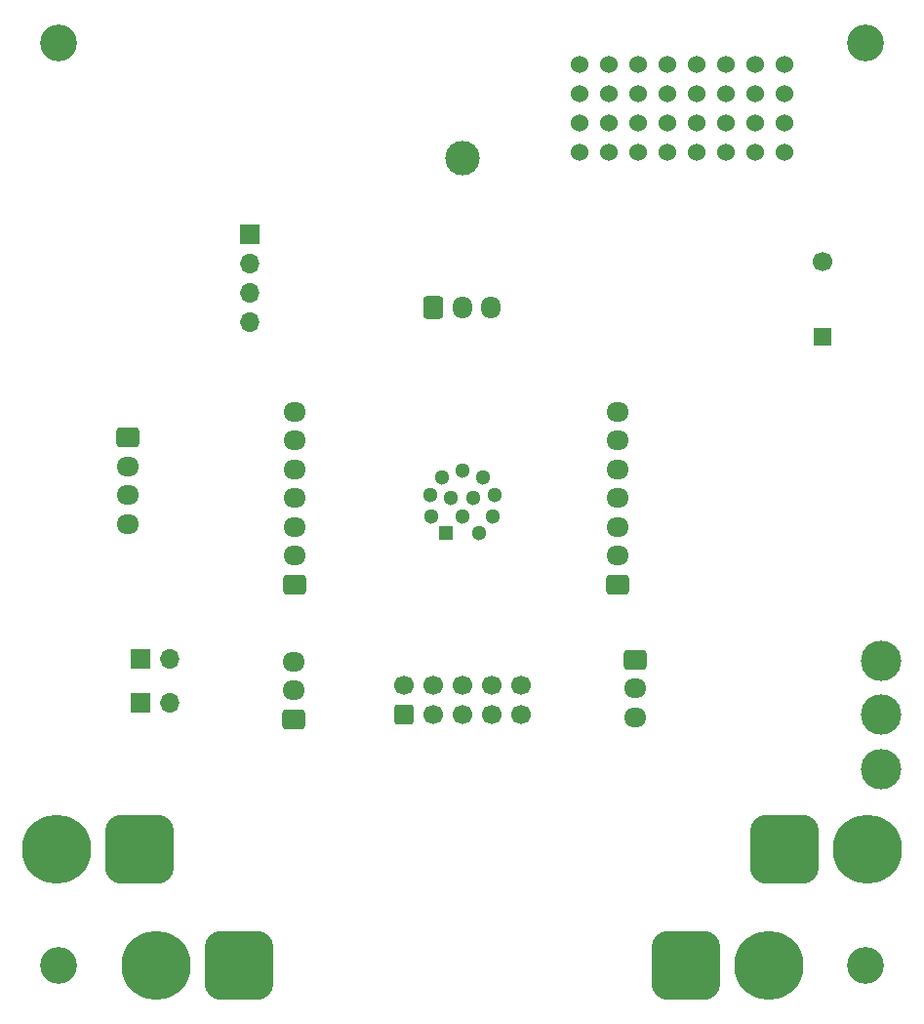
<source format=gbr>
%TF.GenerationSoftware,KiCad,Pcbnew,8.0.1*%
%TF.CreationDate,2024-07-04T14:23:12+02:00*%
%TF.ProjectId,Robuoy-Sub,526f6275-6f79-42d5-9375-622e6b696361,rev?*%
%TF.SameCoordinates,Original*%
%TF.FileFunction,Soldermask,Bot*%
%TF.FilePolarity,Negative*%
%FSLAX46Y46*%
G04 Gerber Fmt 4.6, Leading zero omitted, Abs format (unit mm)*
G04 Created by KiCad (PCBNEW 8.0.1) date 2024-07-04 14:23:12*
%MOMM*%
%LPD*%
G01*
G04 APERTURE LIST*
G04 Aperture macros list*
%AMRoundRect*
0 Rectangle with rounded corners*
0 $1 Rounding radius*
0 $2 $3 $4 $5 $6 $7 $8 $9 X,Y pos of 4 corners*
0 Add a 4 corners polygon primitive as box body*
4,1,4,$2,$3,$4,$5,$6,$7,$8,$9,$2,$3,0*
0 Add four circle primitives for the rounded corners*
1,1,$1+$1,$2,$3*
1,1,$1+$1,$4,$5*
1,1,$1+$1,$6,$7*
1,1,$1+$1,$8,$9*
0 Add four rect primitives between the rounded corners*
20,1,$1+$1,$2,$3,$4,$5,0*
20,1,$1+$1,$4,$5,$6,$7,0*
20,1,$1+$1,$6,$7,$8,$9,0*
20,1,$1+$1,$8,$9,$2,$3,0*%
G04 Aperture macros list end*
%ADD10RoundRect,1.500000X1.500000X1.500000X-1.500000X1.500000X-1.500000X-1.500000X1.500000X-1.500000X0*%
%ADD11C,6.000000*%
%ADD12RoundRect,0.250000X0.600000X-0.600000X0.600000X0.600000X-0.600000X0.600000X-0.600000X-0.600000X0*%
%ADD13C,1.700000*%
%ADD14RoundRect,0.250000X0.725000X-0.600000X0.725000X0.600000X-0.725000X0.600000X-0.725000X-0.600000X0*%
%ADD15O,1.950000X1.700000*%
%ADD16R,1.700000X1.700000*%
%ADD17O,1.700000X1.700000*%
%ADD18C,3.000000*%
%ADD19R,1.300000X1.300000*%
%ADD20C,1.300000*%
%ADD21C,1.524000*%
%ADD22C,3.200000*%
%ADD23RoundRect,1.500000X-1.500000X-1.500000X1.500000X-1.500000X1.500000X1.500000X-1.500000X1.500000X0*%
%ADD24RoundRect,0.250000X-0.725000X0.600000X-0.725000X-0.600000X0.725000X-0.600000X0.725000X0.600000X0*%
%ADD25C,3.500000*%
%ADD26R,1.650000X1.650000*%
%ADD27RoundRect,0.250000X-0.600000X-0.725000X0.600000X-0.725000X0.600000X0.725000X-0.600000X0.725000X0*%
%ADD28O,1.700000X1.950000*%
G04 APERTURE END LIST*
D10*
%TO.C,J206*%
X106410000Y-137890000D03*
D11*
X99210000Y-137890000D03*
%TD*%
D12*
%TO.C,J101*%
X120730000Y-116142500D03*
D13*
X120730000Y-113602500D03*
X123270000Y-116142500D03*
X123270000Y-113602500D03*
X125810000Y-116142500D03*
X125810000Y-113602500D03*
X128350000Y-116142500D03*
X128350000Y-113602500D03*
X130890000Y-116142500D03*
X130890000Y-113602500D03*
%TD*%
D14*
%TO.C,J104*%
X111210000Y-116590000D03*
D15*
X111210000Y-114090000D03*
X111210000Y-111590000D03*
%TD*%
D16*
%TO.C,SW102*%
X97910000Y-115162000D03*
D17*
X100450000Y-115162000D03*
%TD*%
D18*
%TO.C,TP206*%
X125810000Y-67890000D03*
%TD*%
D19*
%TO.C,J204*%
X124382000Y-100414000D03*
D20*
X127238000Y-100414000D03*
X128482000Y-99017000D03*
X128614000Y-97152000D03*
X127580000Y-95593000D03*
X125810000Y-94990000D03*
X124040000Y-95593000D03*
X123006000Y-97152000D03*
X123138000Y-99017000D03*
X125810000Y-98990000D03*
X126763000Y-97340000D03*
X124857000Y-97340000D03*
%TD*%
D16*
%TO.C,J103*%
X107335000Y-74490000D03*
D17*
X107335000Y-77030000D03*
X107335000Y-79570000D03*
X107335000Y-82110000D03*
%TD*%
D14*
%TO.C,J202*%
X111310000Y-104890000D03*
D15*
X111310000Y-102390000D03*
X111310000Y-99890000D03*
X111310000Y-97390000D03*
X111310000Y-94890000D03*
X111310000Y-92390000D03*
X111310000Y-89890000D03*
%TD*%
D21*
%TO.C,TP301*%
X135970000Y-59790000D03*
X138510000Y-59790000D03*
X141050000Y-59790000D03*
X143590000Y-59790000D03*
X135970000Y-62330000D03*
X138510000Y-62330000D03*
X141050000Y-62330000D03*
X143590000Y-62330000D03*
X135970000Y-64870000D03*
X138510000Y-64870000D03*
X141050000Y-64870000D03*
X143590000Y-64870000D03*
X135970000Y-67410000D03*
X138510000Y-67410000D03*
X141050000Y-67410000D03*
X143590000Y-67410000D03*
%TD*%
D22*
%TO.C,H301*%
X160810000Y-137890000D03*
%TD*%
D23*
%TO.C,J205*%
X153810000Y-127890000D03*
D11*
X161010000Y-127890000D03*
%TD*%
D24*
%TO.C,J105*%
X140835000Y-111390000D03*
D15*
X140835000Y-113890000D03*
X140835000Y-116390000D03*
%TD*%
D22*
%TO.C,H304*%
X160810000Y-57890000D03*
%TD*%
D25*
%TO.C,SW201*%
X162132000Y-120878000D03*
X162132000Y-116178000D03*
X162132000Y-111478000D03*
%TD*%
D14*
%TO.C,J203*%
X139310000Y-104890000D03*
D15*
X139310000Y-102390000D03*
X139310000Y-99890000D03*
X139310000Y-97390000D03*
X139310000Y-94890000D03*
X139310000Y-92390000D03*
X139310000Y-89890000D03*
%TD*%
D22*
%TO.C,H303*%
X90810000Y-57890000D03*
%TD*%
D10*
%TO.C,J201*%
X97810000Y-127890000D03*
D11*
X90610000Y-127890000D03*
%TD*%
D24*
%TO.C,J106*%
X96810000Y-92128000D03*
D15*
X96810000Y-94628000D03*
X96810000Y-97128000D03*
X96810000Y-99628000D03*
%TD*%
D26*
%TO.C,BZ101*%
X157036000Y-83360000D03*
D13*
X157036000Y-76860000D03*
%TD*%
D21*
%TO.C,TP302*%
X146130000Y-59790000D03*
X148670000Y-59790000D03*
X151210000Y-59790000D03*
X153750000Y-59790000D03*
X146130000Y-62330000D03*
X148670000Y-62330000D03*
X151210000Y-62330000D03*
X153750000Y-62330000D03*
X146130000Y-64870000D03*
X148670000Y-64870000D03*
X151210000Y-64870000D03*
X153750000Y-64870000D03*
X146130000Y-67410000D03*
X148670000Y-67410000D03*
X151210000Y-67410000D03*
X153750000Y-67410000D03*
%TD*%
D23*
%TO.C,J207*%
X145210000Y-137890000D03*
D11*
X152410000Y-137890000D03*
%TD*%
D22*
%TO.C,H302*%
X90810000Y-137890000D03*
%TD*%
D27*
%TO.C,J102*%
X123310000Y-80872000D03*
D28*
X125810000Y-80872000D03*
X128310000Y-80872000D03*
%TD*%
D16*
%TO.C,SW101*%
X97910000Y-111334000D03*
D17*
X100450000Y-111334000D03*
%TD*%
M02*

</source>
